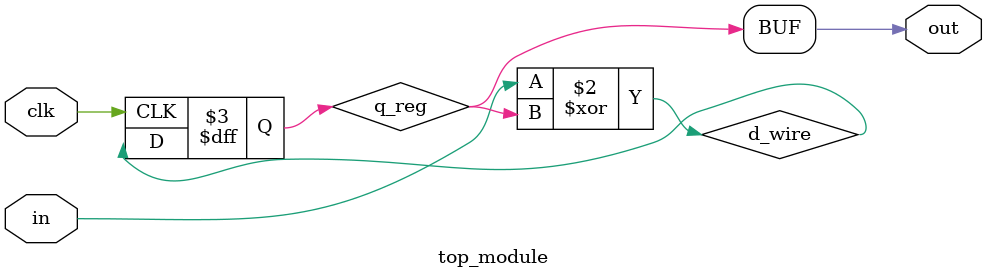
<source format=v>
module top_module (
    input clk,
    input in, 
    output out);
wire d_wire;
reg q_reg;

always @(posedge clk)begin
    q_reg <= d_wire;
end
assign d_wire = in ^ q_reg;
assign out = q_reg;
endmodule

</source>
